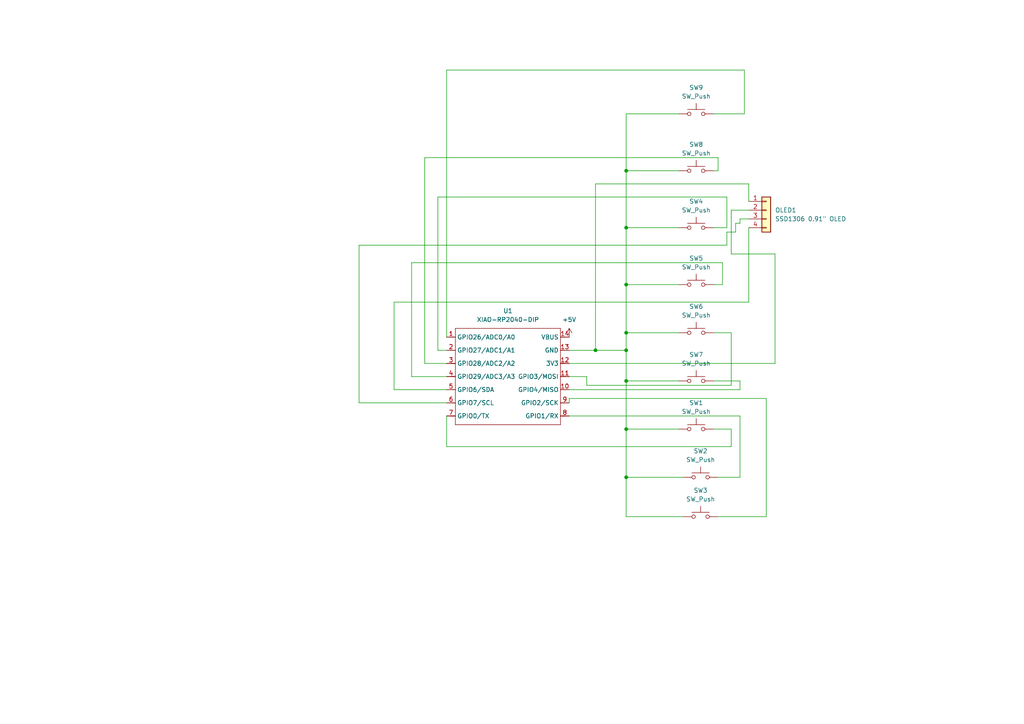
<source format=kicad_sch>
(kicad_sch (version 20250114) (generator "eeschema") (generator_version "9.0")
  (paper "A4")
  (lib_symbols
    (symbol "Connector_Generic:Conn_01x04" (pin_names (offset 1.016) (hide yes))
      (property "Reference" "J" (at 0 5.08 0))
      (property "Value" "Conn_01x04" (at 0 -7.62 0))
      (symbol "Conn_01x04_1_1"
        (rectangle (start -1.27 3.81) (end 1.27 -6.35) (stroke (width 0.254)) (fill (type background)))
        (rectangle (start -1.27 2.667) (end 0 2.413) (stroke (width 0.1524)))
        (rectangle (start -1.27 0.127) (end 0 -0.127) (stroke (width 0.1524)))
        (rectangle (start -1.27 -2.413) (end 0 -2.667) (stroke (width 0.1524)))
        (rectangle (start -1.27 -4.953) (end 0 -5.207) (stroke (width 0.1524)))
        (pin passive line (at -5.08 2.54 0) (length 3.81) (name "Pin_1") (number "1"))
        (pin passive line (at -5.08 0 0) (length 3.81) (name "Pin_2") (number "2"))
        (pin passive line (at -5.08 -2.54 0) (length 3.81) (name "Pin_3") (number "3"))
        (pin passive line (at -5.08 -5.08 0) (length 3.81) (name "Pin_4") (number "4"))
      )
    )
    (symbol "Seeed_Studio_XIAO_Series:XIAO-RP2040-DIP"
      (property "Reference" "U" (at 0 0 0))
      (property "Value" "XIAO-RP2040-DIP" (at 5.334 -1.778 0))
      (symbol "XIAO-RP2040-DIP_1_0"
        (polyline (pts (xy -1.27 -2.54) (xy 29.21 -2.54)) (stroke (width 0.1524)))
        (polyline (pts (xy -1.27 -5.08) (xy -2.54 -5.08)) (stroke (width 0.1524)))
        (polyline (pts (xy -1.27 -5.08) (xy -1.27 -2.54)) (stroke (width 0.1524)))
        (polyline (pts (xy -1.27 -8.89) (xy -2.54 -8.89)) (stroke (width 0.1524)))
        (polyline (pts (xy -1.27 -8.89) (xy -1.27 -5.08)) (stroke (width 0.1524)))
        (polyline (pts (xy -1.27 -12.7) (xy -2.54 -12.7)) (stroke (width 0.1524)))
        (polyline (pts (xy -1.27 -12.7) (xy -1.27 -8.89)) (stroke (width 0.1524)))
        (polyline (pts (xy -1.27 -16.51) (xy -2.54 -16.51)) (stroke (width 0.1524)))
        (polyline (pts (xy -1.27 -16.51) (xy -1.27 -12.7)) (stroke (width 0.1524)))
        (polyline (pts (xy -1.27 -20.32) (xy -2.54 -20.32)) (stroke (width 0.1524)))
        (polyline (pts (xy -1.27 -24.13) (xy -2.54 -24.13)) (stroke (width 0.1524)))
        (polyline (pts (xy -1.27 -27.94) (xy -2.54 -27.94)) (stroke (width 0.1524)))
        (polyline (pts (xy -1.27 -30.48) (xy -1.27 -16.51)) (stroke (width 0.1524)))
        (polyline (pts (xy 29.21 -2.54) (xy 29.21 -5.08)) (stroke (width 0.1524)))
        (polyline (pts (xy 29.21 -5.08) (xy 29.21 -8.89)) (stroke (width 0.1524)))
        (polyline (pts (xy 29.21 -8.89) (xy 29.21 -12.7)) (stroke (width 0.1524)))
        (polyline (pts (xy 29.21 -12.7) (xy 29.21 -30.48)) (stroke (width 0.1524)))
        (polyline (pts (xy 29.21 -30.48) (xy -1.27 -30.48)) (stroke (width 0.1524)))
        (polyline (pts (xy 30.48 -5.08) (xy 29.21 -5.08)) (stroke (width 0.1524)))
        (polyline (pts (xy 30.48 -8.89) (xy 29.21 -8.89)) (stroke (width 0.1524)))
        (polyline (pts (xy 30.48 -12.7) (xy 29.21 -12.7)) (stroke (width 0.1524)))
        (polyline (pts (xy 30.48 -16.51) (xy 29.21 -16.51)) (stroke (width 0.1524)))
        (polyline (pts (xy 30.48 -20.32) (xy 29.21 -20.32)) (stroke (width 0.1524)))
        (polyline (pts (xy 30.48 -24.13) (xy 29.21 -24.13)) (stroke (width 0.1524)))
        (polyline (pts (xy 30.48 -27.94) (xy 29.21 -27.94)) (stroke (width 0.1524)))
        (pin passive line (at -3.81 -5.08 0) (length 2.54) (name "GPIO26/ADC0/A0") (number "1"))
        (pin passive line (at -3.81 -8.89 0) (length 2.54) (name "GPIO27/ADC1/A1") (number "2"))
        (pin passive line (at -3.81 -12.7 0) (length 2.54) (name "GPIO28/ADC2/A2") (number "3"))
        (pin passive line (at -3.81 -16.51 0) (length 2.54) (name "GPIO29/ADC3/A3") (number "4"))
        (pin passive line (at -3.81 -20.32 0) (length 2.54) (name "GPIO6/SDA") (number "5"))
        (pin passive line (at -3.81 -24.13 0) (length 2.54) (name "GPIO7/SCL") (number "6"))
        (pin passive line (at -3.81 -27.94 0) (length 2.54) (name "GPIO0/TX") (number "7"))
        (pin passive line (at 31.75 -5.08 180) (length 2.54) (name "VBUS") (number "14"))
        (pin passive line (at 31.75 -8.89 180) (length 2.54) (name "GND") (number "13"))
        (pin passive line (at 31.75 -12.7 180) (length 2.54) (name "3V3") (number "12"))
        (pin passive line (at 31.75 -16.51 180) (length 2.54) (name "GPIO3/MOSI") (number "11"))
        (pin passive line (at 31.75 -20.32 180) (length 2.54) (name "GPIO4/MISO") (number "10"))
        (pin passive line (at 31.75 -24.13 180) (length 2.54) (name "GPIO2/SCK") (number "9"))
        (pin passive line (at 31.75 -27.94 180) (length 2.54) (name "GPIO1/RX") (number "8"))
      )
    )
    (symbol "Switch:SW_Push" (pin_numbers (hide yes)) (pin_names (offset 1.016) (hide yes))
      (property "Reference" "SW" (at 1.27 2.54 0))
      (property "Value" "SW_Push" (at 0 -1.524 0))
      (symbol "SW_Push_0_1"
        (circle (center -2.032 0) (radius 0.508))
        (polyline (pts (xy 0 1.27) (xy 0 3.048)))
        (circle (center 2.032 0) (radius 0.508))
        (polyline (pts (xy 2.54 1.27) (xy -2.54 1.27)))
        (pin passive line (at -5.08 0 0) (length 2.54) (name "1") (number "1"))
        (pin passive line (at 5.08 0 180) (length 2.54) (name "2") (number "2"))
      )
    )
    (symbol "power:+5V" (power) (pin_numbers (hide yes)) (pin_names (offset 0) (hide yes))
      (property "Value" "+5V" (at 0 3.556 0))
      (symbol "+5V_0_1"
        (polyline (pts (xy -0.762 1.27) (xy 0 2.54)))
        (polyline (pts (xy 0 2.54) (xy 0.762 1.27)))
        (polyline (pts (xy 0 0) (xy 0 2.54)))
      )
      (symbol "+5V_1_1"
        (pin power_in line (at 0 0 90) (length 0) (name "~") (number "1"))
      )
    )
  )
  (junction (at 181.61 110.49))
  (junction (at 181.61 124.46))
  (junction (at 181.61 66.04))
  (junction (at 181.61 49.53))
  (junction (at 181.61 138.43))
  (junction (at 181.61 101.6))
  (junction (at 172.72 101.6))
  (junction (at 181.61 82.55))
  (junction (at 181.61 96.52))
  (wire (pts (xy 123.19 105.41) (xy 123.19 45.72)))
  (wire (pts (xy 181.61 82.55) (xy 181.61 66.04)))
  (wire (pts (xy 181.61 96.52) (xy 181.61 82.55)))
  (wire (pts (xy 196.85 110.49) (xy 181.61 110.49)))
  (wire (pts (xy 165.1 115.57) (xy 165.1 116.84)))
  (wire (pts (xy 181.61 138.43) (xy 181.61 124.46)))
  (wire (pts (xy 119.38 109.22) (xy 119.38 76.2)))
  (wire (pts (xy 104.14 71.12) (xy 210.82 71.12)))
  (wire (pts (xy 181.61 124.46) (xy 181.61 110.49)))
  (wire (pts (xy 209.55 82.55) (xy 207.01 82.55)))
  (wire (pts (xy 129.54 109.22) (xy 119.38 109.22)))
  (wire (pts (xy 215.9 33.02) (xy 207.01 33.02)))
  (wire (pts (xy 123.19 45.72) (xy 208.28 45.72)))
  (wire (pts (xy 214.63 138.43) (xy 214.63 120.65)))
  (wire (pts (xy 114.3 87.63) (xy 217.17 87.63)))
  (wire (pts (xy 212.09 129.54) (xy 212.09 124.46)))
  (wire (pts (xy 196.85 33.02) (xy 181.61 33.02)))
  (wire (pts (xy 129.54 120.65) (xy 129.54 129.54)))
  (wire (pts (xy 214.63 63.5) (xy 217.17 63.5)))
  (wire (pts (xy 207.01 96.52) (xy 212.09 96.52)))
  (wire (pts (xy 104.14 116.84) (xy 104.14 71.12)))
  (wire (pts (xy 212.09 60.96) (xy 217.17 60.96)))
  (wire (pts (xy 210.82 71.12) (xy 210.82 67.31)))
  (wire (pts (xy 129.54 97.79) (xy 129.54 20.32)))
  (wire (pts (xy 198.12 138.43) (xy 181.61 138.43)))
  (wire (pts (xy 214.63 120.65) (xy 165.1 120.65)))
  (wire (pts (xy 212.09 73.66) (xy 212.09 60.96)))
  (wire (pts (xy 181.61 82.55) (xy 196.85 82.55)))
  (wire (pts (xy 165.1 105.41) (xy 224.79 105.41)))
  (wire (pts (xy 129.54 116.84) (xy 104.14 116.84)))
  (wire (pts (xy 210.82 67.31) (xy 213.36 67.31)))
  (wire (pts (xy 129.54 113.03) (xy 114.3 113.03)))
  (wire (pts (xy 208.28 149.86) (xy 222.25 149.86)))
  (wire (pts (xy 215.9 20.32) (xy 215.9 33.02)))
  (wire (pts (xy 198.12 149.86) (xy 181.61 149.86)))
  (wire (pts (xy 181.61 96.52) (xy 196.85 96.52)))
  (wire (pts (xy 212.09 124.46) (xy 207.01 124.46)))
  (wire (pts (xy 181.61 149.86) (xy 181.61 138.43)))
  (wire (pts (xy 181.61 33.02) (xy 181.61 49.53)))
  (wire (pts (xy 217.17 87.63) (xy 217.17 66.04)))
  (wire (pts (xy 222.25 149.86) (xy 222.25 115.57)))
  (wire (pts (xy 181.61 101.6) (xy 181.61 96.52)))
  (wire (pts (xy 214.63 110.49) (xy 207.01 110.49)))
  (wire (pts (xy 181.61 49.53) (xy 181.61 66.04)))
  (wire (pts (xy 212.09 111.76) (xy 212.09 96.52)))
  (wire (pts (xy 217.17 58.42) (xy 217.17 53.34)))
  (wire (pts (xy 224.79 73.66) (xy 212.09 73.66)))
  (wire (pts (xy 222.25 115.57) (xy 165.1 115.57)))
  (wire (pts (xy 212.09 111.76) (xy 170.18 111.76)))
  (wire (pts (xy 208.28 45.72) (xy 208.28 49.53)))
  (wire (pts (xy 210.82 66.04) (xy 207.01 66.04)))
  (wire (pts (xy 165.1 109.22) (xy 170.18 109.22)))
  (wire (pts (xy 129.54 105.41) (xy 123.19 105.41)))
  (wire (pts (xy 114.3 113.03) (xy 114.3 87.63)))
  (wire (pts (xy 196.85 49.53) (xy 181.61 49.53)))
  (wire (pts (xy 196.85 124.46) (xy 181.61 124.46)))
  (wire (pts (xy 214.63 110.49) (xy 214.63 113.03)))
  (wire (pts (xy 165.1 101.6) (xy 172.72 101.6)))
  (wire (pts (xy 213.36 67.31) (xy 213.36 64.77)))
  (wire (pts (xy 214.63 63.5) (xy 214.63 64.77)))
  (wire (pts (xy 208.28 49.53) (xy 207.01 49.53)))
  (wire (pts (xy 129.54 20.32) (xy 215.9 20.32)))
  (wire (pts (xy 127 57.15) (xy 210.82 57.15)))
  (wire (pts (xy 165.1 113.03) (xy 214.63 113.03)))
  (wire (pts (xy 209.55 76.2) (xy 209.55 82.55)))
  (wire (pts (xy 217.17 53.34) (xy 172.72 53.34)))
  (wire (pts (xy 172.72 101.6) (xy 181.61 101.6)))
  (wire (pts (xy 129.54 101.6) (xy 127 101.6)))
  (wire (pts (xy 119.38 76.2) (xy 209.55 76.2)))
  (wire (pts (xy 181.61 66.04) (xy 196.85 66.04)))
  (wire (pts (xy 127 101.6) (xy 127 57.15)))
  (wire (pts (xy 172.72 53.34) (xy 172.72 101.6)))
  (wire (pts (xy 208.28 138.43) (xy 214.63 138.43)))
  (wire (pts (xy 224.79 105.41) (xy 224.79 73.66)))
  (wire (pts (xy 181.61 110.49) (xy 181.61 101.6)))
  (wire (pts (xy 213.36 64.77) (xy 214.63 64.77)))
  (wire (pts (xy 170.18 111.76) (xy 170.18 109.22)))
  (wire (pts (xy 210.82 57.15) (xy 210.82 66.04)))
  (wire (pts (xy 129.54 129.54) (xy 212.09 129.54)))
  (symbol (lib_id "Switch:SW_Push") (at 203.2 138.43 0) (unit 1)
    (property "Reference" "SW2" (at 203.2 130.81 0))
    (property "Value" "SW_Push" (at 203.2 133.35 0))
    (property "Footprint" "Button_Switch_Keyboard:SW_Cherry_MX_1.00u_PCB" (effects (hide yes)))
    (property "Description" "Push button switch, generic, two pins" (effects (hide yes)))
  )
  (symbol (lib_id "Switch:SW_Push") (at 201.93 82.55 0) (unit 1)
    (property "Reference" "SW5" (at 201.93 74.93 0))
    (property "Value" "SW_Push" (at 201.93 77.47 0))
    (property "Footprint" "Button_Switch_Keyboard:SW_Cherry_MX_1.00u_PCB" (effects (hide yes)))
    (property "Description" "Push button switch, generic, two pins" (effects (hide yes)))
  )
  (symbol (lib_id "Switch:SW_Push") (at 201.93 110.49 0) (unit 1)
    (property "Reference" "SW7" (at 201.93 102.87 0))
    (property "Value" "SW_Push" (at 201.93 105.41 0))
    (property "Footprint" "Button_Switch_Keyboard:SW_Cherry_MX_1.00u_PCB" (effects (hide yes)))
    (property "Description" "Push button switch, generic, two pins" (effects (hide yes)))
  )
  (symbol (lib_id "Switch:SW_Push") (at 203.2 149.86 0) (unit 1)
    (property "Reference" "SW3" (at 203.2 142.24 0))
    (property "Value" "SW_Push" (at 203.2 144.78 0))
    (property "Footprint" "Button_Switch_Keyboard:SW_Cherry_MX_1.00u_PCB" (effects (hide yes)))
    (property "Description" "Push button switch, generic, two pins" (effects (hide yes)))
  )
  (symbol (lib_id "Switch:SW_Push") (at 201.93 66.04 0) (unit 1)
    (property "Reference" "SW4" (at 201.93 58.42 0))
    (property "Value" "SW_Push" (at 201.93 60.96 0))
    (property "Footprint" "Button_Switch_Keyboard:SW_Cherry_MX_1.00u_PCB" (effects (hide yes)))
    (property "Description" "Push button switch, generic, two pins" (effects (hide yes)))
  )
  (symbol (lib_id "Switch:SW_Push") (at 201.93 49.53 0) (unit 1)
    (property "Reference" "SW8" (at 201.93 41.91 0))
    (property "Value" "SW_Push" (at 201.93 44.45 0))
    (property "Footprint" "Button_Switch_Keyboard:SW_Cherry_MX_1.00u_PCB" (effects (hide yes)))
    (property "Description" "Push button switch, generic, two pins" (effects (hide yes)))
  )
  (symbol (lib_id "Connector_Generic:Conn_01x04") (at 222.25 60.96 0) (unit 1)
    (property "Reference" "OLED1" (at 224.79 60.9599 0) (effects (justify left)))
    (property "Value" "SSD1306 0.91\" OLED" (at 224.79 63.4999 0) (effects (justify left)))
    (property "Footprint" "KiCad-SSD1306-0.91-OLED-4pin-128x32.pretty-master:SSD1306-0.91-OLED-4pin-128x32" (effects (hide yes)))
    (property "Description" "Generic connector, single row, 01x04, script generated (kicad-library-utils/schlib/autogen/connector/)" (effects (hide yes)))
  )
  (symbol (lib_id "Seeed_Studio_XIAO_Series:XIAO-RP2040-DIP") (at 133.35 92.71 0) (unit 1)
    (property "Reference" "U1" (at 147.32 90.17 0))
    (property "Value" "XIAO-RP2040-DIP" (at 147.32 92.71 0))
    (property "Footprint" "Seeed Studio XIAO Series Library:XIAO-RP2040-DIP" (effects (hide yes)))
  )
  (symbol (lib_id "Switch:SW_Push") (at 201.93 124.46 0) (unit 1)
    (property "Reference" "SW1" (at 201.93 116.84 0))
    (property "Value" "SW_Push" (at 201.93 119.38 0))
    (property "Footprint" "Button_Switch_Keyboard:SW_Cherry_MX_1.00u_PCB" (effects (hide yes)))
    (property "Description" "Push button switch, generic, two pins" (effects (hide yes)))
  )
  (symbol (lib_id "Switch:SW_Push") (at 201.93 33.02 0) (unit 1)
    (property "Reference" "SW9" (at 201.93 25.4 0))
    (property "Value" "SW_Push" (at 201.93 27.94 0))
    (property "Footprint" "Button_Switch_Keyboard:SW_Cherry_MX_1.00u_PCB" (effects (hide yes)))
    (property "Description" "Push button switch, generic, two pins" (effects (hide yes)))
  )
  (symbol (lib_id "power:+5V") (at 165.1 97.79 0) (unit 1)
    (property "Reference" "#PWR03" (effects (hide yes)))
    (property "Value" "+5V" (at 165.1 92.71 0))
    (property "Description" "Power symbol creates a global label with name \"+5V\"" (effects (hide yes)))
  )
  (symbol (lib_id "Switch:SW_Push") (at 201.93 96.52 0) (unit 1)
    (property "Reference" "SW6" (at 201.93 88.9 0))
    (property "Value" "SW_Push" (at 201.93 91.44 0))
    (property "Footprint" "Button_Switch_Keyboard:SW_Cherry_MX_1.00u_PCB" (effects (hide yes)))
    (property "Description" "Push button switch, generic, two pins" (effects (hide yes)))
  )
)
</source>
